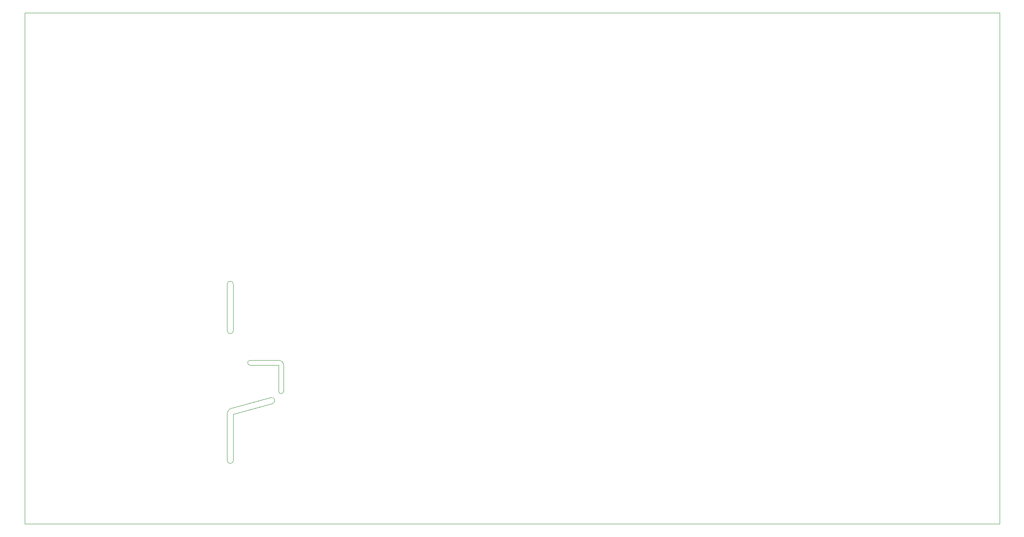
<source format=gm1>
G04 #@! TF.GenerationSoftware,KiCad,Pcbnew,(5.1.8)-1*
G04 #@! TF.CreationDate,2021-04-24T13:59:01+03:00*
G04 #@! TF.ProjectId,3d_print_main,33645f70-7269-46e7-945f-6d61696e2e6b,rev?*
G04 #@! TF.SameCoordinates,Original*
G04 #@! TF.FileFunction,Profile,NP*
%FSLAX46Y46*%
G04 Gerber Fmt 4.6, Leading zero omitted, Abs format (unit mm)*
G04 Created by KiCad (PCBNEW (5.1.8)-1) date 2021-04-24 13:59:01*
%MOMM*%
%LPD*%
G01*
G04 APERTURE LIST*
G04 #@! TA.AperFunction,Profile*
%ADD10C,0.100000*%
G04 #@! TD*
G04 APERTURE END LIST*
D10*
X34800000Y-23600000D02*
X234800000Y-23600000D01*
X34800000Y-128600000D02*
X34800000Y-23600000D01*
X234800000Y-128600000D02*
X34800000Y-128600000D01*
X234800000Y-23600000D02*
X234800000Y-128600000D01*
X86896000Y-94976000D02*
G75*
G02*
X87912000Y-95992000I0J-1016000D01*
G01*
X87912000Y-101326000D02*
G75*
G02*
X86896000Y-101326000I-508000J0D01*
G01*
X87912000Y-95992000D02*
X87912000Y-101326000D01*
X86896000Y-95992000D02*
X86896000Y-101326000D01*
X81054000Y-95992000D02*
G75*
G02*
X81054000Y-94976000I0J508000D01*
G01*
X86896000Y-95992000D02*
X81054000Y-95992000D01*
X81054000Y-94976000D02*
X86896000Y-94976000D01*
X76354998Y-106024998D02*
G75*
G02*
X77296302Y-104798272I1270002J-2D01*
G01*
X85334658Y-102617640D02*
G75*
G02*
X85663348Y-103844362I164345J-613361D01*
G01*
X77296301Y-104798275D02*
X85334650Y-102617636D01*
X77625000Y-106025000D02*
X85663348Y-103844362D01*
X77625002Y-115550002D02*
G75*
G02*
X76355000Y-115549998I-635001J2D01*
G01*
X76354999Y-106025002D02*
X76355000Y-115549998D01*
X77625001Y-115550002D02*
X77625000Y-106025000D01*
X76354998Y-79355002D02*
G75*
G02*
X77625000Y-79355000I635001J1D01*
G01*
X77625003Y-88880005D02*
G75*
G02*
X76355001Y-88879999I-635001J3D01*
G01*
X76355000Y-79355002D02*
X76355001Y-88879999D01*
X77625000Y-88880000D02*
X77625000Y-79355000D01*
M02*

</source>
